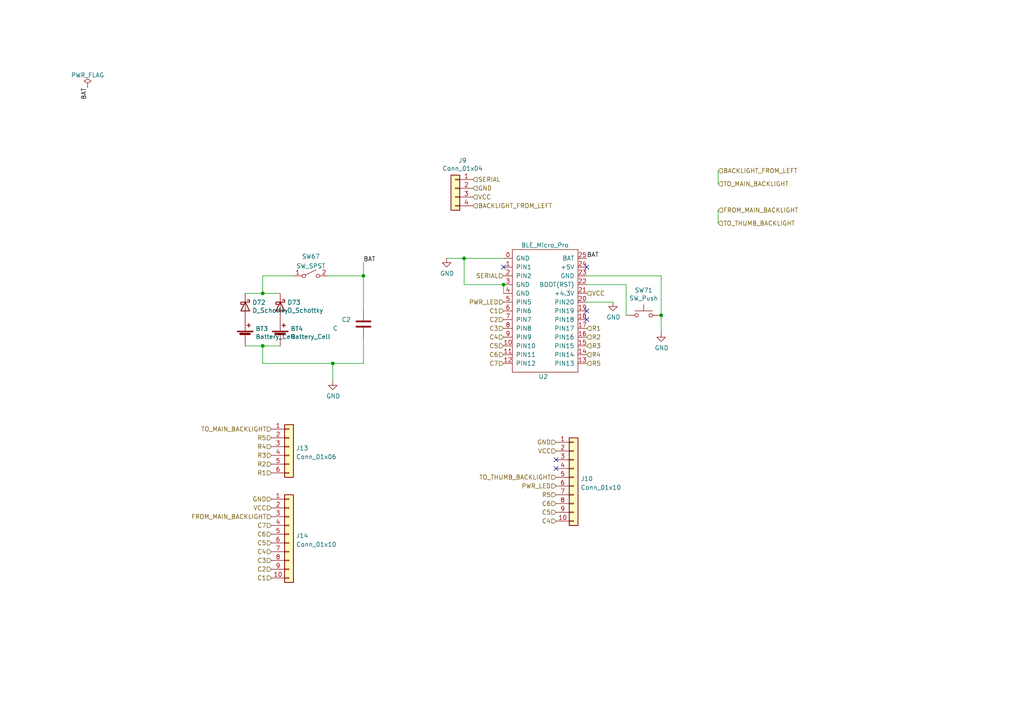
<source format=kicad_sch>
(kicad_sch (version 20211123) (generator eeschema)
  (paper "A4")
  (lib_symbols
    (symbol "Connector_Generic:Conn_01x04" (pin_names (offset 1.016) hide)
      (property "Reference" "J" (at 0 5.08 0))
      (property "Value" "Conn_01x04" (at 0 -7.62 0))
      (symbol "Conn_01x04_1_1"
        (rectangle (start -1.27 -4.953) (end 0 -5.207) (stroke (width 0.1524)))
        (rectangle (start -1.27 -2.413) (end 0 -2.667) (stroke (width 0.1524)))
        (rectangle (start -1.27 0.127) (end 0 -0.127) (stroke (width 0.1524)))
        (rectangle (start -1.27 2.667) (end 0 2.413) (stroke (width 0.1524)))
        (rectangle (start -1.27 3.81) (end 1.27 -6.35) (stroke (width 0.254)) (fill (type background)))
        (pin passive line (at -5.08 2.54 0) (length 3.81) (name "Pin_1") (number "1"))
        (pin passive line (at -5.08 0 0) (length 3.81) (name "Pin_2") (number "2"))
        (pin passive line (at -5.08 -2.54 0) (length 3.81) (name "Pin_3") (number "3"))
        (pin passive line (at -5.08 -5.08 0) (length 3.81) (name "Pin_4") (number "4"))
      )
    )
    (symbol "Connector_Generic:Conn_01x06" (pin_names (offset 1.016) hide)
      (property "Reference" "J" (at 0 7.62 0))
      (property "Value" "Conn_01x06" (at 0 -10.16 0))
      (symbol "Conn_01x06_1_1"
        (rectangle (start -1.27 -7.493) (end 0 -7.747) (stroke (width 0.1524)))
        (rectangle (start -1.27 -4.953) (end 0 -5.207) (stroke (width 0.1524)))
        (rectangle (start -1.27 -2.413) (end 0 -2.667) (stroke (width 0.1524)))
        (rectangle (start -1.27 0.127) (end 0 -0.127) (stroke (width 0.1524)))
        (rectangle (start -1.27 2.667) (end 0 2.413) (stroke (width 0.1524)))
        (rectangle (start -1.27 5.207) (end 0 4.953) (stroke (width 0.1524)))
        (rectangle (start -1.27 6.35) (end 1.27 -8.89) (stroke (width 0.254)) (fill (type background)))
        (pin passive line (at -5.08 5.08 0) (length 3.81) (name "Pin_1") (number "1"))
        (pin passive line (at -5.08 2.54 0) (length 3.81) (name "Pin_2") (number "2"))
        (pin passive line (at -5.08 0 0) (length 3.81) (name "Pin_3") (number "3"))
        (pin passive line (at -5.08 -2.54 0) (length 3.81) (name "Pin_4") (number "4"))
        (pin passive line (at -5.08 -5.08 0) (length 3.81) (name "Pin_5") (number "5"))
        (pin passive line (at -5.08 -7.62 0) (length 3.81) (name "Pin_6") (number "6"))
      )
    )
    (symbol "Connector_Generic:Conn_01x10" (pin_names (offset 1.016) hide)
      (property "Reference" "J" (at 0 12.7 0))
      (property "Value" "Conn_01x10" (at 0 -15.24 0))
      (symbol "Conn_01x10_1_1"
        (rectangle (start -1.27 -12.573) (end 0 -12.827) (stroke (width 0.1524)))
        (rectangle (start -1.27 -10.033) (end 0 -10.287) (stroke (width 0.1524)))
        (rectangle (start -1.27 -7.493) (end 0 -7.747) (stroke (width 0.1524)))
        (rectangle (start -1.27 -4.953) (end 0 -5.207) (stroke (width 0.1524)))
        (rectangle (start -1.27 -2.413) (end 0 -2.667) (stroke (width 0.1524)))
        (rectangle (start -1.27 0.127) (end 0 -0.127) (stroke (width 0.1524)))
        (rectangle (start -1.27 2.667) (end 0 2.413) (stroke (width 0.1524)))
        (rectangle (start -1.27 5.207) (end 0 4.953) (stroke (width 0.1524)))
        (rectangle (start -1.27 7.747) (end 0 7.493) (stroke (width 0.1524)))
        (rectangle (start -1.27 10.287) (end 0 10.033) (stroke (width 0.1524)))
        (rectangle (start -1.27 11.43) (end 1.27 -13.97) (stroke (width 0.254)) (fill (type background)))
        (pin passive line (at -5.08 10.16 0) (length 3.81) (name "Pin_1") (number "1"))
        (pin passive line (at -5.08 -12.7 0) (length 3.81) (name "Pin_10") (number "10"))
        (pin passive line (at -5.08 7.62 0) (length 3.81) (name "Pin_2") (number "2"))
        (pin passive line (at -5.08 5.08 0) (length 3.81) (name "Pin_3") (number "3"))
        (pin passive line (at -5.08 2.54 0) (length 3.81) (name "Pin_4") (number "4"))
        (pin passive line (at -5.08 0 0) (length 3.81) (name "Pin_5") (number "5"))
        (pin passive line (at -5.08 -2.54 0) (length 3.81) (name "Pin_6") (number "6"))
        (pin passive line (at -5.08 -5.08 0) (length 3.81) (name "Pin_7") (number "7"))
        (pin passive line (at -5.08 -7.62 0) (length 3.81) (name "Pin_8") (number "8"))
        (pin passive line (at -5.08 -10.16 0) (length 3.81) (name "Pin_9") (number "9"))
      )
    )
    (symbol "Device:Battery_Cell" (pin_numbers hide) (pin_names (offset 0) hide)
      (property "Reference" "BT" (at 2.54 2.54 0))
      (property "Value" "Battery_Cell" (at 2.54 0 0))
      (symbol "Battery_Cell_0_1"
        (rectangle (start -2.286 1.778) (end 2.286 1.524) (fill (type outline)))
        (rectangle (start -1.5748 1.1938) (end 1.4732 0.6858) (fill (type outline)))
        (polyline (pts (xy 0 0.762) (xy 0 0)))
        (polyline (pts (xy 0 1.778) (xy 0 2.54)))
        (polyline (pts (xy 0.508 3.429) (xy 1.524 3.429)) (stroke (width 0.254)))
        (polyline (pts (xy 1.016 3.937) (xy 1.016 2.921)) (stroke (width 0.254)))
      )
      (symbol "Battery_Cell_1_1"
        (pin passive line (at 0 5.08 270) (length 2.54) (name "+") (number "1"))
        (pin passive line (at 0 -2.54 90) (length 2.54) (name "-") (number "2"))
      )
    )
    (symbol "Device:C" (pin_numbers hide) (pin_names (offset 0.254))
      (property "Reference" "C" (at 0.635 2.54 0))
      (property "Value" "C" (at 0.635 -2.54 0))
      (symbol "C_0_1"
        (polyline (pts (xy -2.032 -0.762) (xy 2.032 -0.762)) (stroke (width 0.508)))
        (polyline (pts (xy -2.032 0.762) (xy 2.032 0.762)) (stroke (width 0.508)))
      )
      (symbol "C_1_1"
        (pin passive line (at 0 3.81 270) (length 2.794) (name "~") (number "1"))
        (pin passive line (at 0 -3.81 90) (length 2.794) (name "~") (number "2"))
      )
    )
    (symbol "Device:D_Schottky" (pin_numbers hide) (pin_names (offset 1.016) hide)
      (property "Reference" "D" (at 0 2.54 0))
      (property "Value" "D_Schottky" (at 0 -2.54 0))
      (symbol "D_Schottky_0_1"
        (polyline (pts (xy 1.27 0) (xy -1.27 0)))
        (polyline (pts (xy 1.27 1.27) (xy 1.27 -1.27) (xy -1.27 0) (xy 1.27 1.27)) (stroke (width 0.254)))
        (polyline (pts (xy -1.905 0.635) (xy -1.905 1.27) (xy -1.27 1.27) (xy -1.27 -1.27) (xy -0.635 -1.27) (xy -0.635 -0.635)) (stroke (width 0.254)))
      )
      (symbol "D_Schottky_1_1"
        (pin passive line (at -3.81 0 0) (length 2.54) (name "K") (number "1"))
        (pin passive line (at 3.81 0 180) (length 2.54) (name "A") (number "2"))
      )
    )
    (symbol "Switch:SW_Push" (pin_numbers hide) (pin_names (offset 1.016) hide)
      (property "Reference" "SW" (at 1.27 2.54 0))
      (property "Value" "SW_Push" (at 0 -1.524 0))
      (symbol "SW_Push_0_1"
        (circle (center -2.032 0) (radius 0.508))
        (polyline (pts (xy 0 1.27) (xy 0 3.048)))
        (polyline (pts (xy 2.54 1.27) (xy -2.54 1.27)))
        (circle (center 2.032 0) (radius 0.508))
        (pin passive line (at -5.08 0 0) (length 2.54) (name "1") (number "1"))
        (pin passive line (at 5.08 0 180) (length 2.54) (name "2") (number "2"))
      )
    )
    (symbol "Switch:SW_SPST" (pin_names (offset 0) hide)
      (property "Reference" "SW" (at 0 3.175 0))
      (property "Value" "SW_SPST" (at 0 -2.54 0))
      (symbol "SW_SPST_0_0"
        (circle (center -2.032 0) (radius 0.508))
        (polyline (pts (xy -1.524 0.254) (xy 1.524 1.778)))
        (circle (center 2.032 0) (radius 0.508))
      )
      (symbol "SW_SPST_1_1"
        (pin passive line (at -5.08 0 0) (length 2.54) (name "A") (number "1"))
        (pin passive line (at 5.08 0 180) (length 2.54) (name "B") (number "2"))
      )
    )
    (symbol "keyboard:BLE_Micro_Pro" (pin_names (offset 1.016))
      (property "Reference" "U" (at 0 -19.05 0))
      (property "Value" "BLE_Micro_Pro" (at 0 19.05 0))
      (symbol "BLE_Micro_Pro_0_1"
        (rectangle (start -8.89 17.78) (end 10.16 -17.78))
      )
      (symbol "BLE_Micro_Pro_1_1"
        (pin power_in line (at -11.43 15.24 0) (length 2.54) (name "GND") (number "0"))
        (pin bidirectional line (at -11.43 12.7 0) (length 2.54) (name "PIN1") (number "1"))
        (pin bidirectional line (at -11.43 -10.16 0) (length 2.54) (name "PIN10") (number "10"))
        (pin bidirectional line (at -11.43 -12.7 0) (length 2.54) (name "PIN11") (number "11"))
        (pin bidirectional line (at -11.43 -15.24 0) (length 2.54) (name "PIN12") (number "12"))
        (pin bidirectional line (at 12.7 -15.24 180) (length 2.54) (name "PIN13") (number "13"))
        (pin passive line (at 12.7 -12.7 180) (length 2.54) (name "PIN14") (number "14"))
        (pin bidirectional line (at 12.7 -10.16 180) (length 2.54) (name "PIN15") (number "15"))
        (pin bidirectional line (at 12.7 -7.62 180) (length 2.54) (name "PIN16") (number "16"))
        (pin bidirectional line (at 12.7 -5.08 180) (length 2.54) (name "PIN17") (number "17"))
        (pin bidirectional line (at 12.7 -2.54 180) (length 2.54) (name "PIN18") (number "18"))
        (pin bidirectional line (at 12.7 0 180) (length 2.54) (name "PIN19") (number "19"))
        (pin bidirectional line (at -11.43 10.16 0) (length 2.54) (name "PIN2") (number "2"))
        (pin bidirectional line (at 12.7 2.54 180) (length 2.54) (name "PIN20") (number "20"))
        (pin passive line (at 12.7 5.08 180) (length 2.54) (name "+4.3V") (number "21"))
        (pin input line (at 12.7 7.62 180) (length 2.54) (name "BOOT(RST)") (number "22"))
        (pin power_in line (at 12.7 10.16 180) (length 2.54) (name "GND") (number "23"))
        (pin power_in line (at 12.7 12.7 180) (length 2.54) (name "+5V") (number "24"))
        (pin power_in line (at 12.7 15.24 180) (length 2.54) (name "BAT") (number "25"))
        (pin power_in line (at -11.43 7.62 0) (length 2.54) (name "GND") (number "3"))
        (pin power_in line (at -11.43 5.08 0) (length 2.54) (name "GND") (number "4"))
        (pin bidirectional line (at -11.43 2.54 0) (length 2.54) (name "PIN5") (number "5"))
        (pin bidirectional line (at -11.43 0 0) (length 2.54) (name "PIN6") (number "6"))
        (pin bidirectional line (at -11.43 -2.54 0) (length 2.54) (name "PIN7") (number "7"))
        (pin bidirectional line (at -11.43 -5.08 0) (length 2.54) (name "PIN8") (number "8"))
        (pin bidirectional line (at -11.43 -7.62 0) (length 2.54) (name "PIN9") (number "9"))
      )
    )
    (symbol "power:GND" (power) (pin_names (offset 0))
      (property "Value" "GND" (at 0 -3.81 0))
      (symbol "GND_0_1"
        (polyline (pts (xy 0 0) (xy 0 -1.27) (xy 1.27 -1.27) (xy 0 -2.54) (xy -1.27 -1.27) (xy 0 -1.27)))
      )
      (symbol "GND_1_1"
        (pin power_in line (at 0 0 270) (length 0) hide (name "GND") (number "1"))
      )
    )
    (symbol "power:PWR_FLAG" (power) (pin_numbers hide) (pin_names (offset 0) hide)
      (property "Value" "PWR_FLAG" (at 0 3.81 0))
      (symbol "PWR_FLAG_0_0"
        (pin power_out line (at 0 0 90) (length 0) (name "pwr") (number "1"))
      )
      (symbol "PWR_FLAG_0_1"
        (polyline (pts (xy 0 0) (xy 0 1.27) (xy -1.016 1.905) (xy 0 2.54) (xy 1.016 1.905) (xy 0 1.27)))
      )
    )
  )
  (junction (at 96.52 105.41))
  (junction (at 146.05 82.55))
  (junction (at 105.41 80.01))
  (junction (at 76.2 85.09))
  (junction (at 191.77 91.44))
  (junction (at 134.62 74.93))
  (junction (at 76.2 100.33))
  (no_connect (at 170.18 77.47))
  (no_connect (at 170.18 92.71))
  (no_connect (at 161.29 135.89))
  (no_connect (at 161.29 133.35))
  (no_connect (at 146.05 77.47))
  (no_connect (at 170.18 90.17))
  (wire (pts (xy 71.12 100.33) (xy 76.2 100.33)))
  (wire (pts (xy 134.62 74.93) (xy 129.54 74.93)))
  (wire (pts (xy 105.41 80.01) (xy 105.41 76.2)))
  (wire (pts (xy 71.12 85.09) (xy 76.2 85.09)))
  (wire (pts (xy 146.05 85.09) (xy 146.05 82.55)))
  (wire (pts (xy 95.25 80.01) (xy 105.41 80.01)))
  (wire (pts (xy 96.52 105.41) (xy 105.41 105.41)))
  (wire (pts (xy 170.18 82.55) (xy 181.61 82.55)))
  (wire (pts (xy 191.77 91.44) (xy 191.77 96.52)))
  (wire (pts (xy 208.28 60.96) (xy 208.28 64.77)))
  (wire (pts (xy 170.18 80.01) (xy 191.77 80.01)))
  (wire (pts (xy 146.05 74.93) (xy 134.62 74.93)))
  (wire (pts (xy 105.41 97.79) (xy 105.41 105.41)))
  (wire (pts (xy 76.2 100.33) (xy 81.28 100.33)))
  (wire (pts (xy 76.2 80.01) (xy 85.09 80.01)))
  (wire (pts (xy 76.2 100.33) (xy 76.2 105.41)))
  (wire (pts (xy 191.77 80.01) (xy 191.77 91.44)))
  (wire (pts (xy 105.41 80.01) (xy 105.41 90.17)))
  (wire (pts (xy 96.52 105.41) (xy 96.52 110.49)))
  (wire (pts (xy 208.28 49.53) (xy 208.28 53.34)))
  (wire (pts (xy 76.2 105.41) (xy 96.52 105.41)))
  (wire (pts (xy 181.61 82.55) (xy 181.61 91.44)))
  (wire (pts (xy 134.62 82.55) (xy 146.05 82.55)))
  (wire (pts (xy 134.62 82.55) (xy 134.62 74.93)))
  (wire (pts (xy 76.2 80.01) (xy 76.2 85.09)))
  (wire (pts (xy 170.18 87.63) (xy 177.8 87.63)))
  (wire (pts (xy 76.2 85.09) (xy 81.28 85.09)))
  (label "BAT" (at 170.18 74.93 0))
  (label "BAT" (at 25.4 25.4 270))
  (label "BAT" (at 105.41 76.2 0))
  (hierarchical_label "C3" (shape input) (at 78.74 162.56 180))
  (hierarchical_label "C4" (shape input) (at 161.29 151.13 180))
  (hierarchical_label "C4" (shape input) (at 78.74 160.02 180))
  (hierarchical_label "SERIAL" (shape input) (at 146.05 80.01 180))
  (hierarchical_label "R4" (shape input) (at 78.74 129.54 180))
  (hierarchical_label "C5" (shape input) (at 78.74 157.48 180))
  (hierarchical_label "VCC" (shape input) (at 170.18 85.09 0))
  (hierarchical_label "SERIAL" (shape input) (at 137.16 52.07 0))
  (hierarchical_label "GND" (shape input) (at 78.74 144.78 180))
  (hierarchical_label "BACKLIGHT_FROM_LEFT" (shape input) (at 137.16 59.69 0))
  (hierarchical_label "C2" (shape input) (at 78.74 165.1 180))
  (hierarchical_label "PWR_LED" (shape input) (at 146.05 87.63 180))
  (hierarchical_label "TO_MAIN_BACKLIGHT" (shape input) (at 208.28 53.34 0))
  (hierarchical_label "C6" (shape input) (at 146.05 102.87 180))
  (hierarchical_label "VCC" (shape input) (at 78.74 147.32 180))
  (hierarchical_label "C2" (shape input) (at 146.05 92.71 180))
  (hierarchical_label "R2" (shape input) (at 78.74 134.62 180))
  (hierarchical_label "R4" (shape input) (at 170.18 102.87 0))
  (hierarchical_label "C5" (shape input) (at 161.29 148.59 180))
  (hierarchical_label "R3" (shape input) (at 78.74 132.08 180))
  (hierarchical_label "C7" (shape input) (at 78.74 152.4 180))
  (hierarchical_label "TO_MAIN_BACKLIGHT" (shape input) (at 78.74 124.46 180))
  (hierarchical_label "C7" (shape input) (at 146.05 105.41 180))
  (hierarchical_label "TO_THUMB_BACKLIGHT" (shape input) (at 208.28 64.77 0))
  (hierarchical_label "TO_THUMB_BACKLIGHT" (shape input) (at 161.29 138.43 180))
  (hierarchical_label "VCC" (shape input) (at 161.29 130.81 180))
  (hierarchical_label "C5" (shape input) (at 146.05 100.33 180))
  (hierarchical_label "R1" (shape input) (at 78.74 137.16 180))
  (hierarchical_label "R3" (shape input) (at 170.18 100.33 0))
  (hierarchical_label "R5" (shape input) (at 78.74 127 180))
  (hierarchical_label "VCC" (shape input) (at 137.16 57.15 0))
  (hierarchical_label "R2" (shape input) (at 170.18 97.79 0))
  (hierarchical_label "GND" (shape input) (at 161.29 128.27 180))
  (hierarchical_label "C3" (shape input) (at 146.05 95.25 180))
  (hierarchical_label "GND" (shape input) (at 137.16 54.61 0))
  (hierarchical_label "C6" (shape input) (at 78.74 154.94 180))
  (hierarchical_label "C4" (shape input) (at 146.05 97.79 180))
  (hierarchical_label "BACKLIGHT_FROM_LEFT" (shape input) (at 208.28 49.53 0))
  (hierarchical_label "R5" (shape input) (at 161.29 143.51 180))
  (hierarchical_label "C1" (shape input) (at 78.74 167.64 180))
  (hierarchical_label "R5" (shape input) (at 170.18 105.41 0))
  (hierarchical_label "R1" (shape input) (at 170.18 95.25 0))
  (hierarchical_label "PWR_LED" (shape input) (at 161.29 140.97 180))
  (hierarchical_label "C6" (shape input) (at 161.29 146.05 180))
  (hierarchical_label "C1" (shape input) (at 146.05 90.17 180))
  (hierarchical_label "FROM_MAIN_BACKLIGHT" (shape input) (at 78.74 149.86 180))
  (hierarchical_label "FROM_MAIN_BACKLIGHT" (shape input) (at 208.28 60.96 0))
  (symbol (lib_id "Device:D_Schottky") (at 81.28 88.9 270) (unit 1)
    (property "Reference" "D73" (at 83.312 87.7316 90) (effects (justify left)))
    (property "Value" "D_Schottky" (at 83.312 90.043 90) (effects (justify left)))
    (property "Footprint" "keyboard:Shottky_Barrier_Diode" (effects hide))
  )
  (symbol (lib_id "Device:C") (at 105.41 93.98 0) (unit 1)
    (property "Reference" "C2" (at 99.06 92.71 0) (effects (justify left)))
    (property "Value" "C" (at 96.52 95.25 0) (effects (justify left)))
    (property "Footprint" "keyboard:Capacitor" (effects hide))
  )
  (symbol (lib_id "Device:Battery_Cell") (at 71.12 97.79 0) (unit 1)
    (property "Reference" "BT3" (at 74.1172 95.3516 0) (effects (justify left)))
    (property "Value" "Battery_Cell" (at 74.1172 97.663 0) (effects (justify left)))
    (property "Footprint" "keyboard:CR2032_Holder_SMD" (effects hide))
  )
  (symbol (lib_id "power:GND") (at 177.8 87.63 0) (unit 1)
    (property "Reference" "#PWR0113" (effects hide))
    (property "Value" "GND" (at 177.927 92.0242 0))
  )
  (symbol (lib_id "power:PWR_FLAG") (at 25.4 25.4 0) (unit 1)
    (property "Reference" "#FLG04" (effects hide))
    (property "Value" "PWR_FLAG" (at 25.4 21.7955 0))
  )
  (symbol (lib_id "Connector_Generic:Conn_01x06") (at 83.82 129.54 0) (unit 1)
    (property "Reference" "J13" (at 85.852 129.9753 0) (effects (justify left)))
    (property "Value" "Conn_01x06" (at 85.852 132.5122 0) (effects (justify left)))
    (property "Footprint" "Connector_JST:JST_PH_S6B-PH-K_1x06_P2.00mm_Horizontal" (effects hide))
  )
  (symbol (lib_id "power:GND") (at 96.52 110.49 0) (unit 1)
    (property "Reference" "#PWR0110" (effects hide))
    (property "Value" "GND" (at 96.647 114.8842 0))
  )
  (symbol (lib_id "power:GND") (at 129.54 74.93 0) (unit 1)
    (property "Reference" "#PWR0111" (effects hide))
    (property "Value" "GND" (at 129.667 79.3242 0))
  )
  (symbol (lib_id "Connector_Generic:Conn_01x10") (at 83.82 154.94 0) (unit 1)
    (property "Reference" "J14" (at 85.852 155.3753 0) (effects (justify left)))
    (property "Value" "Conn_01x10" (at 85.852 157.9122 0) (effects (justify left)))
    (property "Footprint" "Connector_JST:JST_PH_S10B-PH-K_1x10_P2.00mm_Horizontal" (effects hide))
  )
  (symbol (lib_id "keyboard:BLE_Micro_Pro") (at 157.48 90.17 0) (unit 1)
    (property "Reference" "U2" (at 156.21 109.22 0) (effects (justify left)))
    (property "Value" "BLE_Micro_Pro" (at 151.13 71.12 0) (effects (justify left)))
    (property "Footprint" "keyboard:BLE_Micro_Pro" (effects hide))
  )
  (symbol (lib_id "power:GND") (at 191.77 96.52 0) (unit 1)
    (property "Reference" "#PWR0112" (effects hide))
    (property "Value" "GND" (at 191.897 100.9142 0))
  )
  (symbol (lib_id "Connector_Generic:Conn_01x04") (at 132.08 54.61 0) (mirror y) (unit 1)
    (property "Reference" "J9" (at 134.1628 46.5582 0))
    (property "Value" "Conn_01x04" (at 134.1628 48.8696 0))
    (property "Footprint" "keyboard:TRRS" (effects hide))
  )
  (symbol (lib_id "Device:Battery_Cell") (at 81.28 97.79 0) (unit 1)
    (property "Reference" "BT4" (at 84.2772 95.3516 0) (effects (justify left)))
    (property "Value" "Battery_Cell" (at 84.2772 97.663 0) (effects (justify left)))
    (property "Footprint" "keyboard:CR2032_Holder_SMD" (effects hide))
  )
  (symbol (lib_id "Connector_Generic:Conn_01x10") (at 166.37 138.43 0) (unit 1)
    (property "Reference" "J10" (at 168.402 138.8653 0) (effects (justify left)))
    (property "Value" "Conn_01x10" (at 168.402 141.4022 0) (effects (justify left)))
    (property "Footprint" "Connector_JST:JST_PH_S10B-PH-K_1x10_P2.00mm_Horizontal" (effects hide))
  )
  (symbol (lib_id "Device:D_Schottky") (at 71.12 88.9 270) (unit 1)
    (property "Reference" "D72" (at 73.152 87.7316 90) (effects (justify left)))
    (property "Value" "D_Schottky" (at 73.152 90.043 90) (effects (justify left)))
    (property "Footprint" "keyboard:Shottky_Barrier_Diode" (effects hide))
  )
  (symbol (lib_id "Switch:SW_SPST") (at 90.17 80.01 0) (unit 1)
    (property "Reference" "SW67" (at 90.17 74.3925 0))
    (property "Value" "SW_SPST" (at 90.17 77.1676 0))
    (property "Footprint" "keyboard:Slide_Switch_ESD175202" (effects hide))
  )
  (symbol (lib_id "Switch:SW_Push") (at 186.69 91.44 0) (mirror y) (unit 1)
    (property "Reference" "SW71" (at 186.69 84.201 0))
    (property "Value" "SW_Push" (at 186.69 86.5124 0))
    (property "Footprint" "keyboard:Tactile_Switch" (effects hide))
  )
)
</source>
